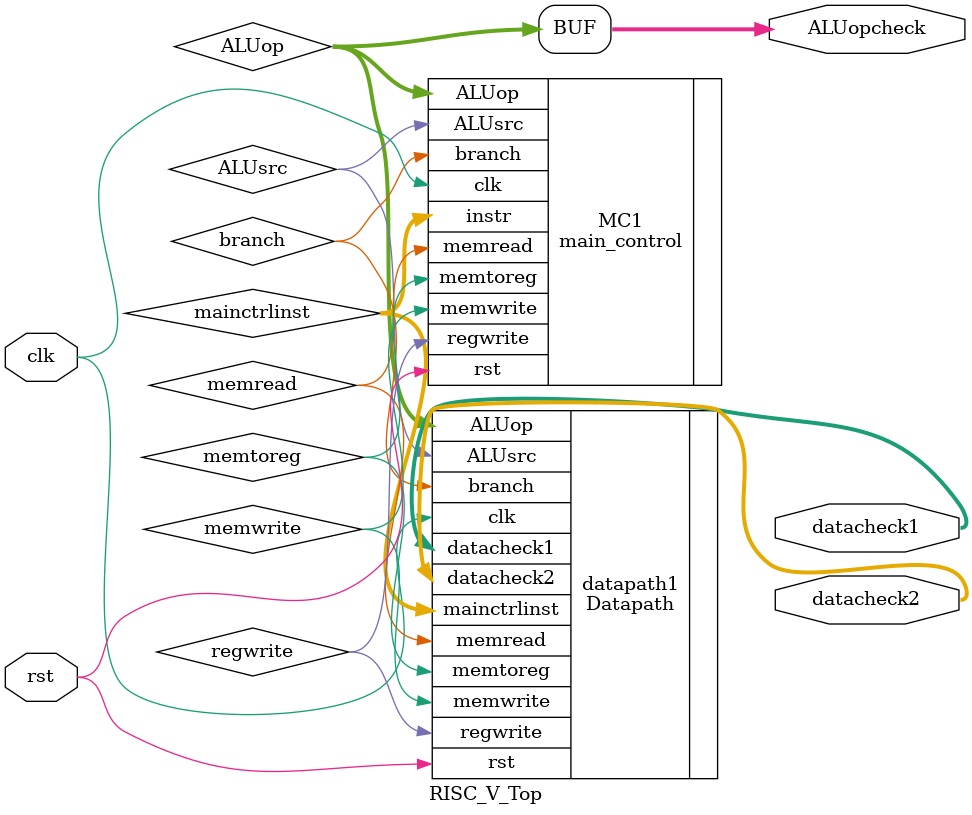
<source format=v>
`timescale 1ns / 1ps


module RISC_V_Top(
input clk,rst,
output [1:0]ALUopcheck,
output [31:0] datacheck1,datacheck2
    );
    
   
wire branch,memread,memtoreg,memwrite,ALUsrc,regwrite;
wire [1:0]ALUop;
wire [6:0] mainctrlinst;

assign ALUopcheck=ALUop;

Datapath datapath1(.clk(clk),.rst(rst),.branch(branch),.memread(memread),.memtoreg(memtoreg),.memwrite(memwrite),.ALUsrc(ALUsrc),.regwrite(regwrite),.ALUop(ALUop),.mainctrlinst(mainctrlinst),.datacheck1(datacheck1),.datacheck2(datacheck2));
main_control MC1 (.clk(clk),.rst(rst),.instr(mainctrlinst),.branch(branch),.memread(memread),.memtoreg(memtoreg),.memwrite(memwrite),.ALUsrc(ALUsrc),.regwrite(regwrite),.ALUop(ALUop));
endmodule

</source>
